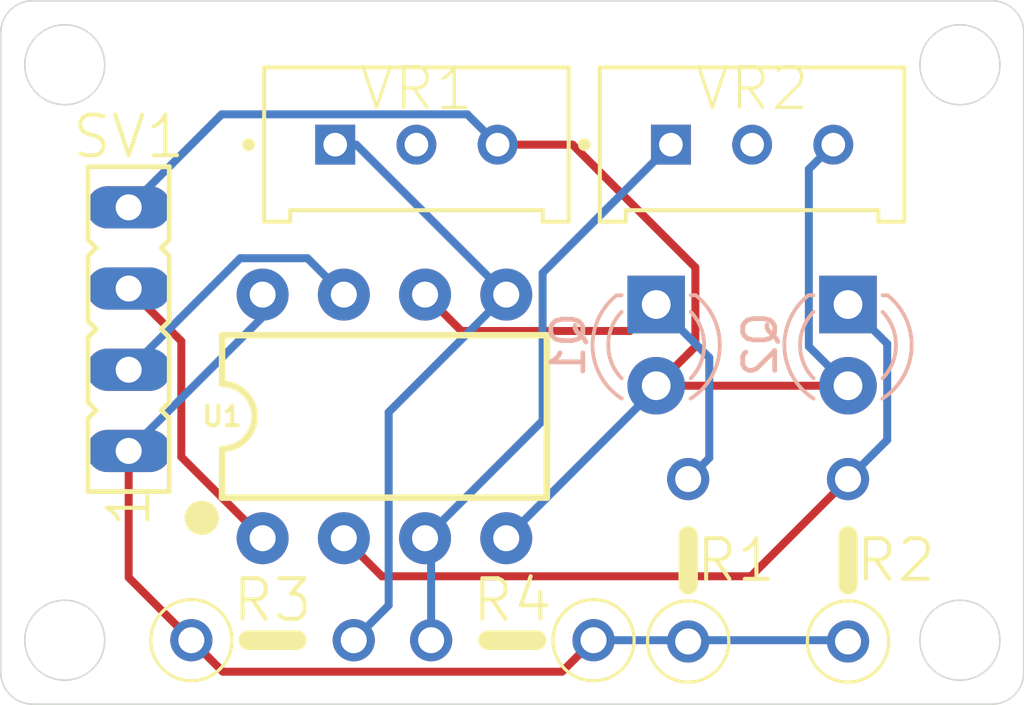
<source format=kicad_pcb>
(kicad_pcb (version 20171130) (host pcbnew 5.1.9)

  (general
    (thickness 1.6)
    (drawings 12)
    (tracks 50)
    (zones 0)
    (modules 10)
    (nets 11)
  )

  (page A4)
  (title_block
    (title "IDP Color Sensors PCB")
    (date 2021-03-05)
    (rev 1)
    (company "Team Optimal")
    (comment 1 "IDP L211")
    (comment 4 "Designed by Eleanor Clifford")
  )

  (layers
    (0 F.Cu signal)
    (31 B.Cu signal)
    (32 B.Adhes user)
    (33 F.Adhes user)
    (34 B.Paste user)
    (35 F.Paste user)
    (36 B.SilkS user)
    (37 F.SilkS user)
    (38 B.Mask user)
    (39 F.Mask user)
    (40 Dwgs.User user)
    (41 Cmts.User user)
    (42 Eco1.User user)
    (43 Eco2.User user)
    (44 Edge.Cuts user)
    (45 Margin user)
    (46 B.CrtYd user)
    (47 F.CrtYd user)
    (48 B.Fab user)
    (49 F.Fab user)
  )

  (setup
    (last_trace_width 0.25)
    (trace_clearance 0.2)
    (zone_clearance 0.508)
    (zone_45_only no)
    (trace_min 0.2)
    (via_size 0.8)
    (via_drill 0.4)
    (via_min_size 0.4)
    (via_min_drill 0.3)
    (uvia_size 0.3)
    (uvia_drill 0.1)
    (uvias_allowed no)
    (uvia_min_size 0.2)
    (uvia_min_drill 0.1)
    (edge_width 0.05)
    (segment_width 0.2)
    (pcb_text_width 0.3)
    (pcb_text_size 1.5 1.5)
    (mod_edge_width 0.12)
    (mod_text_size 1 1)
    (mod_text_width 0.15)
    (pad_size 1.524 1.524)
    (pad_drill 0.762)
    (pad_to_mask_clearance 0)
    (aux_axis_origin 0 0)
    (visible_elements FFFFFF7F)
    (pcbplotparams
      (layerselection 0x010fc_ffffffff)
      (usegerberextensions false)
      (usegerberattributes true)
      (usegerberadvancedattributes true)
      (creategerberjobfile true)
      (excludeedgelayer true)
      (linewidth 0.100000)
      (plotframeref false)
      (viasonmask false)
      (mode 1)
      (useauxorigin false)
      (hpglpennumber 1)
      (hpglpenspeed 20)
      (hpglpendiameter 15.000000)
      (psnegative false)
      (psa4output false)
      (plotreference true)
      (plotvalue true)
      (plotinvisibletext false)
      (padsonsilk false)
      (subtractmaskfromsilk false)
      (outputformat 1)
      (mirror false)
      (drillshape 1)
      (scaleselection 1)
      (outputdirectory ""))
  )

  (net 0 "")
  (net 1 GND)
  (net 2 "Net-(Q1-Pad1)")
  (net 3 "Net-(Q2-Pad1)")
  (net 4 +5V)
  (net 5 "Net-(R3-Pad2)")
  (net 6 "Net-(R4-Pad2)")
  (net 7 /red)
  (net 8 /green)
  (net 9 "Net-(VR1-Pad2)")
  (net 10 "Net-(VR2-Pad2)")

  (net_class Default "This is the default net class."
    (clearance 0.2)
    (trace_width 0.25)
    (via_dia 0.8)
    (via_drill 0.4)
    (uvia_dia 0.3)
    (uvia_drill 0.1)
    (add_net +5V)
    (add_net /green)
    (add_net /red)
    (add_net GND)
    (add_net "Net-(Q1-Pad1)")
    (add_net "Net-(Q2-Pad1)")
    (add_net "Net-(R3-Pad2)")
    (add_net "Net-(R4-Pad2)")
    (add_net "Net-(VR1-Pad2)")
    (add_net "Net-(VR2-Pad2)")
  )

  (module LED_THT:LED_D3.0mm_Clear (layer B.Cu) (tedit 5A6C9BC0) (tstamp 6041B28F)
    (at 139.5 148.5 270)
    (descr "IR-LED, diameter 3.0mm, 2 pins, color: clear")
    (tags "IR infrared LED diameter 3.0mm 2 pins clear")
    (path /603D90A0)
    (fp_text reference Q1 (at 1.27 2.75 270) (layer B.SilkS)
      (effects (font (size 1 1) (thickness 0.15)) (justify mirror))
    )
    (fp_text value TEPT4400 (at 1.27 -2.96 270) (layer B.Fab) hide
      (effects (font (size 1 1) (thickness 0.15)) (justify mirror))
    )
    (fp_circle (center 1.27 0) (end 2.77 0) (layer B.Fab) (width 0.1))
    (fp_line (start 3.7 2.25) (end -1.15 2.25) (layer B.CrtYd) (width 0.05))
    (fp_line (start 3.7 -2.25) (end 3.7 2.25) (layer B.CrtYd) (width 0.05))
    (fp_line (start -1.15 -2.25) (end 3.7 -2.25) (layer B.CrtYd) (width 0.05))
    (fp_line (start -1.15 2.25) (end -1.15 -2.25) (layer B.CrtYd) (width 0.05))
    (fp_line (start -0.29 -1.08) (end -0.29 -1.236) (layer B.SilkS) (width 0.12))
    (fp_line (start -0.29 1.236) (end -0.29 1.08) (layer B.SilkS) (width 0.12))
    (fp_line (start -0.23 1.16619) (end -0.23 -1.16619) (layer B.Fab) (width 0.1))
    (fp_arc (start 1.27 0) (end 0.229039 -1.08) (angle 87.9) (layer B.SilkS) (width 0.12))
    (fp_arc (start 1.27 0) (end 0.229039 1.08) (angle -87.9) (layer B.SilkS) (width 0.12))
    (fp_arc (start 1.27 0) (end -0.29 -1.235516) (angle 108.8) (layer B.SilkS) (width 0.12))
    (fp_arc (start 1.27 0) (end -0.29 1.235516) (angle -108.8) (layer B.SilkS) (width 0.12))
    (fp_arc (start 1.27 0) (end -0.23 1.16619) (angle -284.3) (layer B.Fab) (width 0.1))
    (fp_text user %R (at 1.47 0 270) (layer B.Fab)
      (effects (font (size 0.8 0.8) (thickness 0.12)) (justify mirror))
    )
    (pad 2 thru_hole circle (at 2.54 0 270) (size 1.8 1.8) (drill 0.9) (layers *.Cu *.Mask)
      (net 1 GND))
    (pad 1 thru_hole rect (at 0 0 270) (size 1.8 1.8) (drill 0.9) (layers *.Cu *.Mask)
      (net 2 "Net-(Q1-Pad1)"))
    (model ${KISYS3DMOD}/LED_THT.3dshapes/LED_D3.0mm_Clear.wrl
      (offset (xyz 0 0 -1))
      (scale (xyz 1 1 1))
      (rotate (xyz 0 0 0))
    )
  )

  (module LED_THT:LED_D3.0mm_Clear (layer B.Cu) (tedit 5A6C9BC0) (tstamp 6041B2A3)
    (at 145.5 148.5 270)
    (descr "IR-LED, diameter 3.0mm, 2 pins, color: clear")
    (tags "IR infrared LED diameter 3.0mm 2 pins clear")
    (path /606B8492)
    (fp_text reference Q2 (at 1.25 2.75 270) (layer B.SilkS)
      (effects (font (size 1 1) (thickness 0.15)) (justify mirror))
    )
    (fp_text value TEPT4400 (at 1.27 -2.96 270) (layer B.Fab) hide
      (effects (font (size 1 1) (thickness 0.15)) (justify mirror))
    )
    (fp_circle (center 1.27 0) (end 2.77 0) (layer B.Fab) (width 0.1))
    (fp_line (start 3.7 2.25) (end -1.15 2.25) (layer B.CrtYd) (width 0.05))
    (fp_line (start 3.7 -2.25) (end 3.7 2.25) (layer B.CrtYd) (width 0.05))
    (fp_line (start -1.15 -2.25) (end 3.7 -2.25) (layer B.CrtYd) (width 0.05))
    (fp_line (start -1.15 2.25) (end -1.15 -2.25) (layer B.CrtYd) (width 0.05))
    (fp_line (start -0.29 -1.08) (end -0.29 -1.236) (layer B.SilkS) (width 0.12))
    (fp_line (start -0.29 1.236) (end -0.29 1.08) (layer B.SilkS) (width 0.12))
    (fp_line (start -0.23 1.16619) (end -0.23 -1.16619) (layer B.Fab) (width 0.1))
    (fp_arc (start 1.27 0) (end 0.229039 -1.08) (angle 87.9) (layer B.SilkS) (width 0.12))
    (fp_arc (start 1.27 0) (end 0.229039 1.08) (angle -87.9) (layer B.SilkS) (width 0.12))
    (fp_arc (start 1.27 0) (end -0.29 -1.235516) (angle 108.8) (layer B.SilkS) (width 0.12))
    (fp_arc (start 1.27 0) (end -0.29 1.235516) (angle -108.8) (layer B.SilkS) (width 0.12))
    (fp_arc (start 1.27 0) (end -0.23 1.16619) (angle -284.3) (layer B.Fab) (width 0.1))
    (fp_text user %R (at 1.47 0 270) (layer B.Fab)
      (effects (font (size 0.8 0.8) (thickness 0.12)) (justify mirror))
    )
    (pad 2 thru_hole circle (at 2.54 0 270) (size 1.8 1.8) (drill 0.9) (layers *.Cu *.Mask)
      (net 1 GND))
    (pad 1 thru_hole rect (at 0 0 270) (size 1.8 1.8) (drill 0.9) (layers *.Cu *.Mask)
      (net 3 "Net-(Q2-Pad1)"))
    (model ${KISYS3DMOD}/LED_THT.3dshapes/LED_D3.0mm_Clear.wrl
      (offset (xyz 0 0 -1))
      (scale (xyz 1 1 1))
      (rotate (xyz 0 0 0))
    )
  )

  (module IDP:IDP_library_DIP08 (layer F.Cu) (tedit 6043C5FD) (tstamp 6041BC0F)
    (at 131 152)
    (descr "DUAL IN LINE PACKAGE")
    (tags "DUAL IN LINE PACKAGE")
    (path /606B8438)
    (attr virtual)
    (fp_text reference U1 (at -5.08 0 180) (layer F.SilkS)
      (effects (font (size 0.6096 0.6096) (thickness 0.127)))
    )
    (fp_text value LM358 (at 6.0452 0 90) (layer F.SilkS) hide
      (effects (font (size 0.6096 0.6096) (thickness 0.127)))
    )
    (fp_line (start 5.08 -2.54) (end -5.08 -2.54) (layer F.SilkS) (width 0.2032))
    (fp_line (start -5.08 2.54) (end 5.08 2.54) (layer F.SilkS) (width 0.2032))
    (fp_line (start 5.08 -2.54) (end 5.08 2.54) (layer F.SilkS) (width 0.2032))
    (fp_line (start -5.08 -2.54) (end -5.08 -1.016) (layer F.SilkS) (width 0.2032))
    (fp_line (start -5.08 2.54) (end -5.08 1.016) (layer F.SilkS) (width 0.2032))
    (fp_poly (pts (xy -6.18998 3.175) (xy -6.17728 3.06832) (xy -6.14172 2.96672) (xy -6.08584 2.87782)
      (xy -6.00964 2.80162) (xy -5.92074 2.74574) (xy -5.81914 2.71018) (xy -5.715 2.69748)
      (xy -5.60832 2.71018) (xy -5.50672 2.74574) (xy -5.41782 2.80162) (xy -5.34162 2.87782)
      (xy -5.28574 2.96672) (xy -5.25018 3.06832) (xy -5.23748 3.175) (xy -5.25018 3.27914)
      (xy -5.28574 3.38074) (xy -5.34162 3.46964) (xy -5.41782 3.54584) (xy -5.50672 3.60172)
      (xy -5.60832 3.63728) (xy -5.715 3.64998) (xy -5.81914 3.63728) (xy -5.92074 3.60172)
      (xy -6.00964 3.54584) (xy -6.08584 3.46964) (xy -6.14172 3.38074) (xy -6.17728 3.27914)
      (xy -6.18998 3.175)) (layer F.SilkS) (width 0.127))
    (fp_arc (start -5.08 0) (end -5.08 -1.016) (angle 180) (layer F.SilkS) (width 0.2032))
    (pad 8 thru_hole circle (at -3.81 -3.81) (size 1.6256 1.6256) (drill 0.8128) (layers *.Cu *.Paste *.Mask)
      (net 4 +5V))
    (pad 7 thru_hole circle (at -1.27 -3.81) (size 1.6256 1.6256) (drill 0.8128) (layers *.Cu *.Paste *.Mask)
      (net 7 /red))
    (pad 6 thru_hole circle (at 1.27 -3.81) (size 1.6256 1.6256) (drill 0.8128) (layers *.Cu *.Paste *.Mask)
      (net 2 "Net-(Q1-Pad1)"))
    (pad 5 thru_hole circle (at 3.81 -3.81) (size 1.6256 1.6256) (drill 0.8128) (layers *.Cu *.Paste *.Mask)
      (net 5 "Net-(R3-Pad2)"))
    (pad 4 thru_hole circle (at 3.81 3.81) (size 1.6256 1.6256) (drill 0.8128) (layers *.Cu *.Paste *.Mask)
      (net 1 GND))
    (pad 3 thru_hole circle (at 1.27 3.81) (size 1.6256 1.6256) (drill 0.8128) (layers *.Cu *.Paste *.Mask)
      (net 6 "Net-(R4-Pad2)"))
    (pad 2 thru_hole circle (at -1.27 3.81) (size 1.6256 1.6256) (drill 0.8128) (layers *.Cu *.Paste *.Mask)
      (net 3 "Net-(Q2-Pad1)"))
    (pad 1 thru_hole circle (at -3.81 3.81) (size 1.6256 1.6256) (drill 0.8128) (layers *.Cu *.Paste *.Mask)
      (net 8 /green))
    (model ${KISYS3DMOD}/Package_DIP.3dshapes/DIP-8_W7.62mm.wrl
      (offset (xyz -3.75 -3.75 0))
      (scale (xyz 1 1 1))
      (rotate (xyz 0 0 -90))
    )
  )

  (module IDP:IDP_library_FE04-1 (layer F.Cu) (tedit 6042679C) (tstamp 6041BE15)
    (at 123 148 90)
    (descr "FEMALE HEADER")
    (tags "FEMALE HEADER")
    (path /603C2DBB)
    (attr virtual)
    (fp_text reference SV1 (at 4.75 0 180) (layer F.SilkS)
      (effects (font (size 1.27 1.27) (thickness 0.127)))
    )
    (fp_text value FE04-1 (at 3.81 -2.286 90) (layer F.SilkS) hide
      (effects (font (size 1.27 1.27) (thickness 0.127)))
    )
    (fp_line (start -5.207 -0.254) (end -4.953 -0.254) (layer Dwgs.User) (width 0.06604))
    (fp_line (start -4.953 -0.254) (end -4.953 -0.762) (layer Dwgs.User) (width 0.06604))
    (fp_line (start -5.207 -0.762) (end -4.953 -0.762) (layer Dwgs.User) (width 0.06604))
    (fp_line (start -5.207 -0.254) (end -5.207 -0.762) (layer Dwgs.User) (width 0.06604))
    (fp_line (start -5.207 0.762) (end -4.953 0.762) (layer Dwgs.User) (width 0.06604))
    (fp_line (start -4.953 0.762) (end -4.953 0.254) (layer Dwgs.User) (width 0.06604))
    (fp_line (start -5.207 0.254) (end -4.953 0.254) (layer Dwgs.User) (width 0.06604))
    (fp_line (start -5.207 0.762) (end -5.207 0.254) (layer Dwgs.User) (width 0.06604))
    (fp_line (start -2.667 -0.254) (end -2.413 -0.254) (layer Dwgs.User) (width 0.06604))
    (fp_line (start -2.413 -0.254) (end -2.413 -0.762) (layer Dwgs.User) (width 0.06604))
    (fp_line (start -2.667 -0.762) (end -2.413 -0.762) (layer Dwgs.User) (width 0.06604))
    (fp_line (start -2.667 -0.254) (end -2.667 -0.762) (layer Dwgs.User) (width 0.06604))
    (fp_line (start -2.667 0.762) (end -2.413 0.762) (layer Dwgs.User) (width 0.06604))
    (fp_line (start -2.413 0.762) (end -2.413 0.254) (layer Dwgs.User) (width 0.06604))
    (fp_line (start -2.667 0.254) (end -2.413 0.254) (layer Dwgs.User) (width 0.06604))
    (fp_line (start -2.667 0.762) (end -2.667 0.254) (layer Dwgs.User) (width 0.06604))
    (fp_line (start -0.127 -0.254) (end 0.127 -0.254) (layer Dwgs.User) (width 0.06604))
    (fp_line (start 0.127 -0.254) (end 0.127 -0.762) (layer Dwgs.User) (width 0.06604))
    (fp_line (start -0.127 -0.762) (end 0.127 -0.762) (layer Dwgs.User) (width 0.06604))
    (fp_line (start -0.127 -0.254) (end -0.127 -0.762) (layer Dwgs.User) (width 0.06604))
    (fp_line (start -0.127 0.762) (end 0.127 0.762) (layer Dwgs.User) (width 0.06604))
    (fp_line (start 0.127 0.762) (end 0.127 0.254) (layer Dwgs.User) (width 0.06604))
    (fp_line (start -0.127 0.254) (end 0.127 0.254) (layer Dwgs.User) (width 0.06604))
    (fp_line (start -0.127 0.762) (end -0.127 0.254) (layer Dwgs.User) (width 0.06604))
    (fp_line (start 2.413 -0.254) (end 2.667 -0.254) (layer Dwgs.User) (width 0.06604))
    (fp_line (start 2.667 -0.254) (end 2.667 -0.762) (layer Dwgs.User) (width 0.06604))
    (fp_line (start 2.413 -0.762) (end 2.667 -0.762) (layer Dwgs.User) (width 0.06604))
    (fp_line (start 2.413 -0.254) (end 2.413 -0.762) (layer Dwgs.User) (width 0.06604))
    (fp_line (start 2.413 0.762) (end 2.667 0.762) (layer Dwgs.User) (width 0.06604))
    (fp_line (start 2.667 0.762) (end 2.667 0.254) (layer Dwgs.User) (width 0.06604))
    (fp_line (start 2.413 0.254) (end 2.667 0.254) (layer Dwgs.User) (width 0.06604))
    (fp_line (start 2.413 0.762) (end 2.413 0.254) (layer Dwgs.User) (width 0.06604))
    (fp_line (start -6.35 -1.27) (end -6.35 1.27) (layer F.SilkS) (width 0.1524))
    (fp_line (start -6.35 1.27) (end -4.064 1.27) (layer F.SilkS) (width 0.1524))
    (fp_line (start -4.064 1.27) (end -3.81 1.016) (layer F.SilkS) (width 0.1524))
    (fp_line (start -3.81 1.016) (end -3.556 1.27) (layer F.SilkS) (width 0.1524))
    (fp_line (start -3.556 1.27) (end -1.524 1.27) (layer F.SilkS) (width 0.1524))
    (fp_line (start -1.524 1.27) (end -1.27 1.016) (layer F.SilkS) (width 0.1524))
    (fp_line (start -1.27 1.016) (end -1.016 1.27) (layer F.SilkS) (width 0.1524))
    (fp_line (start -1.016 1.27) (end 1.016 1.27) (layer F.SilkS) (width 0.1524))
    (fp_line (start 1.016 1.27) (end 1.27 1.016) (layer F.SilkS) (width 0.1524))
    (fp_line (start 1.27 1.016) (end 1.524 1.27) (layer F.SilkS) (width 0.1524))
    (fp_line (start 1.524 1.27) (end 3.81 1.27) (layer F.SilkS) (width 0.1524))
    (fp_line (start 3.81 1.27) (end 3.81 -1.27) (layer F.SilkS) (width 0.1524))
    (fp_line (start 3.81 -1.27) (end 1.524 -1.27) (layer F.SilkS) (width 0.1524))
    (fp_line (start 1.524 -1.27) (end 1.27 -1.016) (layer F.SilkS) (width 0.1524))
    (fp_line (start 1.27 -1.016) (end 1.016 -1.27) (layer F.SilkS) (width 0.1524))
    (fp_line (start 1.016 -1.27) (end -1.016 -1.27) (layer F.SilkS) (width 0.1524))
    (fp_line (start -1.016 -1.27) (end -1.27 -1.016) (layer F.SilkS) (width 0.1524))
    (fp_line (start -1.27 -1.016) (end -1.524 -1.27) (layer F.SilkS) (width 0.1524))
    (fp_line (start -1.524 -1.27) (end -3.556 -1.27) (layer F.SilkS) (width 0.1524))
    (fp_line (start -3.556 -1.27) (end -3.81 -1.016) (layer F.SilkS) (width 0.1524))
    (fp_line (start -3.81 -1.016) (end -4.064 -1.27) (layer F.SilkS) (width 0.1524))
    (fp_line (start -4.064 -1.27) (end -6.35 -1.27) (layer F.SilkS) (width 0.1524))
    (fp_line (start -5.334 -0.762) (end -5.334 -0.508) (layer Dwgs.User) (width 0.1524))
    (fp_line (start -5.334 -0.508) (end -5.588 -0.508) (layer Dwgs.User) (width 0.1524))
    (fp_line (start -5.588 -0.508) (end -5.588 0.508) (layer Dwgs.User) (width 0.1524))
    (fp_line (start -5.588 0.508) (end -5.334 0.508) (layer Dwgs.User) (width 0.1524))
    (fp_line (start -5.334 0.508) (end -5.334 0.762) (layer Dwgs.User) (width 0.1524))
    (fp_line (start -5.334 0.762) (end -4.826 0.762) (layer Dwgs.User) (width 0.1524))
    (fp_line (start -4.826 0.762) (end -4.826 0.508) (layer Dwgs.User) (width 0.1524))
    (fp_line (start -4.826 0.508) (end -4.572 0.508) (layer Dwgs.User) (width 0.1524))
    (fp_line (start -4.572 0.508) (end -4.572 -0.508) (layer Dwgs.User) (width 0.1524))
    (fp_line (start -4.572 -0.508) (end -4.826 -0.508) (layer Dwgs.User) (width 0.1524))
    (fp_line (start -4.826 -0.508) (end -4.826 -0.762) (layer Dwgs.User) (width 0.1524))
    (fp_line (start -4.826 -0.762) (end -5.334 -0.762) (layer Dwgs.User) (width 0.1524))
    (fp_line (start -2.794 -0.762) (end -2.794 -0.508) (layer Dwgs.User) (width 0.1524))
    (fp_line (start -2.794 -0.508) (end -3.048 -0.508) (layer Dwgs.User) (width 0.1524))
    (fp_line (start -3.048 -0.508) (end -3.048 0.508) (layer Dwgs.User) (width 0.1524))
    (fp_line (start -3.048 0.508) (end -2.794 0.508) (layer Dwgs.User) (width 0.1524))
    (fp_line (start -2.794 0.508) (end -2.794 0.762) (layer Dwgs.User) (width 0.1524))
    (fp_line (start -2.794 0.762) (end -2.286 0.762) (layer Dwgs.User) (width 0.1524))
    (fp_line (start -2.286 0.762) (end -2.286 0.508) (layer Dwgs.User) (width 0.1524))
    (fp_line (start -2.286 0.508) (end -2.032 0.508) (layer Dwgs.User) (width 0.1524))
    (fp_line (start -2.032 0.508) (end -2.032 -0.508) (layer Dwgs.User) (width 0.1524))
    (fp_line (start -2.032 -0.508) (end -2.286 -0.508) (layer Dwgs.User) (width 0.1524))
    (fp_line (start -2.286 -0.508) (end -2.286 -0.762) (layer Dwgs.User) (width 0.1524))
    (fp_line (start -2.286 -0.762) (end -2.794 -0.762) (layer Dwgs.User) (width 0.1524))
    (fp_line (start -0.254 -0.762) (end -0.254 -0.508) (layer Dwgs.User) (width 0.1524))
    (fp_line (start -0.254 -0.508) (end -0.508 -0.508) (layer Dwgs.User) (width 0.1524))
    (fp_line (start -0.508 -0.508) (end -0.508 0.508) (layer Dwgs.User) (width 0.1524))
    (fp_line (start -0.508 0.508) (end -0.254 0.508) (layer Dwgs.User) (width 0.1524))
    (fp_line (start -0.254 0.508) (end -0.254 0.762) (layer Dwgs.User) (width 0.1524))
    (fp_line (start -0.254 0.762) (end 0.254 0.762) (layer Dwgs.User) (width 0.1524))
    (fp_line (start 0.254 0.762) (end 0.254 0.508) (layer Dwgs.User) (width 0.1524))
    (fp_line (start 0.254 0.508) (end 0.508 0.508) (layer Dwgs.User) (width 0.1524))
    (fp_line (start 0.508 0.508) (end 0.508 -0.508) (layer Dwgs.User) (width 0.1524))
    (fp_line (start 0.508 -0.508) (end 0.254 -0.508) (layer Dwgs.User) (width 0.1524))
    (fp_line (start 0.254 -0.508) (end 0.254 -0.762) (layer Dwgs.User) (width 0.1524))
    (fp_line (start 0.254 -0.762) (end -0.254 -0.762) (layer Dwgs.User) (width 0.1524))
    (fp_line (start 2.286 -0.762) (end 2.286 -0.508) (layer Dwgs.User) (width 0.1524))
    (fp_line (start 2.286 -0.508) (end 2.032 -0.508) (layer Dwgs.User) (width 0.1524))
    (fp_line (start 2.032 -0.508) (end 2.032 0.508) (layer Dwgs.User) (width 0.1524))
    (fp_line (start 2.032 0.508) (end 2.286 0.508) (layer Dwgs.User) (width 0.1524))
    (fp_line (start 2.286 0.508) (end 2.286 0.762) (layer Dwgs.User) (width 0.1524))
    (fp_line (start 2.286 0.762) (end 2.794 0.762) (layer Dwgs.User) (width 0.1524))
    (fp_line (start 2.794 0.762) (end 2.794 0.508) (layer Dwgs.User) (width 0.1524))
    (fp_line (start 2.794 0.508) (end 3.048 0.508) (layer Dwgs.User) (width 0.1524))
    (fp_line (start 3.048 0.508) (end 3.048 -0.508) (layer Dwgs.User) (width 0.1524))
    (fp_line (start 3.048 -0.508) (end 2.794 -0.508) (layer Dwgs.User) (width 0.1524))
    (fp_line (start 2.794 -0.508) (end 2.794 -0.762) (layer Dwgs.User) (width 0.1524))
    (fp_line (start 2.794 -0.762) (end 2.286 -0.762) (layer Dwgs.User) (width 0.1524))
    (fp_text user 1 (at -6.858 0 90) (layer F.SilkS)
      (effects (font (size 1.27 1.27) (thickness 0.127)))
    )
    (pad 4 thru_hole oval (at 2.54 0 270) (size 1.3208 2.6416) (drill 0.8128) (layers *.Cu *.Paste *.Mask)
      (net 1 GND))
    (pad 3 thru_hole oval (at 0 0 270) (size 1.3208 2.6416) (drill 0.8128) (layers *.Cu *.Paste *.Mask)
      (net 8 /green))
    (pad 2 thru_hole oval (at -2.54 0 270) (size 1.3208 2.6416) (drill 0.8128) (layers *.Cu *.Paste *.Mask)
      (net 7 /red))
    (pad 1 thru_hole oval (at -5.08 0 270) (size 1.3208 2.6416) (drill 0.8128) (layers *.Cu *.Paste *.Mask)
      (net 4 +5V))
    (model ${KIPRJMOD}/../lib/JST-B4B-PH-K-S.STEP
      (offset (xyz -5 0 0))
      (scale (xyz 1.2 1 1))
      (rotate (xyz -90 0 0))
    )
  )

  (module IDP:IDP_library_0207_5V (layer F.Cu) (tedit 604260E8) (tstamp 6041C360)
    (at 140.5 156.5 90)
    (descr RESISTOR)
    (tags RESISTOR)
    (path /60424395)
    (attr virtual)
    (fp_text reference R1 (at 0 1.5 180) (layer F.SilkS)
      (effects (font (size 1.27 1.27) (thickness 0.127)))
    )
    (fp_text value R-EU_0207_5V (at 2.667 1.524 90) (layer F.SilkS) hide
      (effects (font (size 1.27 1.27) (thickness 0.127)))
    )
    (fp_circle (center -2.54 0) (end -2.54 -1.016) (layer Dwgs.User) (width 0.1524))
    (fp_circle (center -2.54 0) (end -2.54 -1.27) (layer F.SilkS) (width 0.1016))
    (fp_line (start 0.889 0) (end 2.54 0) (layer Dwgs.User) (width 0.6096))
    (fp_line (start -0.762 0) (end 0.762 0) (layer F.SilkS) (width 0.6096))
    (fp_line (start -2.54 0) (end -0.889 0) (layer Dwgs.User) (width 0.6096))
    (pad 2 thru_hole circle (at 2.54 0 90) (size 1.3208 2.6416) (drill 0.8128) (layers *.Cu *.Paste *.Mask)
      (net 2 "Net-(Q1-Pad1)"))
    (pad 1 thru_hole circle (at -2.54 0 90) (size 1.3208 1.3208) (drill 0.8128) (layers *.Cu *.Paste *.Mask)
      (net 4 +5V))
    (model ${KISYS3DMOD}/Resistor_THT.3dshapes/R_Axial_DIN0204_L3.6mm_D1.6mm_P5.08mm_Horizontal.step
      (offset (xyz -2.5 0 0.5))
      (scale (xyz 1 1 1))
      (rotate (xyz 0 0 0))
    )
  )

  (module IDP:IDP_library_0207_5V (layer F.Cu) (tedit 604260E8) (tstamp 6041B2B9)
    (at 145.5 156.5 90)
    (descr RESISTOR)
    (tags RESISTOR)
    (path /6042F9BB)
    (attr virtual)
    (fp_text reference R2 (at 0 1.5 180) (layer F.SilkS)
      (effects (font (size 1.27 1.27) (thickness 0.127)))
    )
    (fp_text value R-EU_0207_5V (at 6.519199 -18.980801 90) (layer F.SilkS) hide
      (effects (font (size 1.27 1.27) (thickness 0.127)))
    )
    (fp_circle (center -2.54 0) (end -2.54 -1.016) (layer Dwgs.User) (width 0.1524))
    (fp_circle (center -2.54 0) (end -2.54 -1.27) (layer F.SilkS) (width 0.1016))
    (fp_line (start 0.889 0) (end 2.54 0) (layer Dwgs.User) (width 0.6096))
    (fp_line (start -0.762 0) (end 0.762 0) (layer F.SilkS) (width 0.6096))
    (fp_line (start -2.54 0) (end -0.889 0) (layer Dwgs.User) (width 0.6096))
    (pad 2 thru_hole circle (at 2.54 0 90) (size 1.3208 2.6416) (drill 0.8128) (layers *.Cu *.Paste *.Mask)
      (net 3 "Net-(Q2-Pad1)"))
    (pad 1 thru_hole circle (at -2.54 0 90) (size 1.3208 1.3208) (drill 0.8128) (layers *.Cu *.Paste *.Mask)
      (net 4 +5V))
    (model ${KISYS3DMOD}/Resistor_THT.3dshapes/R_Axial_DIN0204_L3.6mm_D1.6mm_P5.08mm_Horizontal.step
      (offset (xyz -2.5 0 0.5))
      (scale (xyz 1 1 1))
      (rotate (xyz 0 0 0))
    )
  )

  (module IDP:IDP_library_0207_5V (layer F.Cu) (tedit 604260E8) (tstamp 6041B2C4)
    (at 127.5 159)
    (descr RESISTOR)
    (tags RESISTOR)
    (path /60423D62)
    (attr virtual)
    (fp_text reference R3 (at 0 -1.25) (layer F.SilkS)
      (effects (font (size 1.27 1.27) (thickness 0.127)))
    )
    (fp_text value R-EU_0207_5V (at 2.667 1.524) (layer F.SilkS) hide
      (effects (font (size 1.27 1.27) (thickness 0.127)))
    )
    (fp_circle (center -2.54 0) (end -2.54 -1.016) (layer Dwgs.User) (width 0.1524))
    (fp_circle (center -2.54 0) (end -2.54 -1.27) (layer F.SilkS) (width 0.1016))
    (fp_line (start 0.889 0) (end 2.54 0) (layer Dwgs.User) (width 0.6096))
    (fp_line (start -0.762 0) (end 0.762 0) (layer F.SilkS) (width 0.6096))
    (fp_line (start -2.54 0) (end -0.889 0) (layer Dwgs.User) (width 0.6096))
    (pad 2 thru_hole circle (at 2.54 0) (size 1.3208 2.6416) (drill 0.8128) (layers *.Cu *.Paste *.Mask)
      (net 5 "Net-(R3-Pad2)"))
    (pad 1 thru_hole circle (at -2.54 0) (size 1.3208 1.3208) (drill 0.8128) (layers *.Cu *.Paste *.Mask)
      (net 4 +5V))
    (model ${KISYS3DMOD}/Resistor_THT.3dshapes/R_Axial_DIN0204_L3.6mm_D1.6mm_P5.08mm_Horizontal.step
      (offset (xyz -2.5 0 0.5))
      (scale (xyz 1 1 1))
      (rotate (xyz 0 0 0))
    )
  )

  (module IDP:IDP_library_0207_5V (layer F.Cu) (tedit 604260E8) (tstamp 6041BC67)
    (at 135 159 180)
    (descr RESISTOR)
    (tags RESISTOR)
    (path /6041B54E)
    (attr virtual)
    (fp_text reference R4 (at 0 1.25) (layer F.SilkS)
      (effects (font (size 1.27 1.27) (thickness 0.127)))
    )
    (fp_text value R-EU_0207_5V (at 2.667 1.524) (layer F.SilkS) hide
      (effects (font (size 1.27 1.27) (thickness 0.127)))
    )
    (fp_circle (center -2.54 0) (end -2.54 -1.016) (layer Dwgs.User) (width 0.1524))
    (fp_circle (center -2.54 0) (end -2.54 -1.27) (layer F.SilkS) (width 0.1016))
    (fp_line (start 0.889 0) (end 2.54 0) (layer Dwgs.User) (width 0.6096))
    (fp_line (start -0.762 0) (end 0.762 0) (layer F.SilkS) (width 0.6096))
    (fp_line (start -2.54 0) (end -0.889 0) (layer Dwgs.User) (width 0.6096))
    (pad 2 thru_hole circle (at 2.54 0 180) (size 1.3208 2.6416) (drill 0.8128) (layers *.Cu *.Paste *.Mask)
      (net 6 "Net-(R4-Pad2)"))
    (pad 1 thru_hole circle (at -2.54 0 180) (size 1.3208 1.3208) (drill 0.8128) (layers *.Cu *.Paste *.Mask)
      (net 4 +5V))
    (model ${KISYS3DMOD}/Resistor_THT.3dshapes/R_Axial_DIN0204_L3.6mm_D1.6mm_P5.08mm_Horizontal.step
      (offset (xyz -2.5 0 0.5))
      (scale (xyz 1 1 1))
      (rotate (xyz 0 0 0))
    )
  )

  (module IDP_library_TRIM_3296W-1-250 (layer F.Cu) (tedit 200000) (tstamp 6041C557)
    (at 132 143.5)
    (path /603D90C0)
    (attr virtual)
    (fp_text reference VR1 (at 0 -1.75) (layer F.SilkS)
      (effects (font (size 1.27508 1.27508) (thickness 0.1016)))
    )
    (fp_text value POT (at -1.19126 3.62204) (layer F.SilkS) hide
      (effects (font (size 1.27254 1.27254) (thickness 0.1016)))
    )
    (fp_line (start -4.7625 -2.41808) (end 4.7625 -2.41808) (layer Dwgs.User) (width 0.127))
    (fp_line (start 4.7625 -2.41808) (end 4.7625 2.40792) (layer Dwgs.User) (width 0.127))
    (fp_line (start -4.7625 2.40792) (end -4.7625 -2.41808) (layer Dwgs.User) (width 0.127))
    (fp_line (start -4.7625 -2.41808) (end 4.7625 -2.41808) (layer F.SilkS) (width 0.127))
    (fp_line (start 4.7625 -2.41808) (end 4.7625 2.40792) (layer F.SilkS) (width 0.127))
    (fp_line (start -4.7625 2.40792) (end -4.7625 -2.41808) (layer F.SilkS) (width 0.127))
    (fp_line (start -5.01396 -2.66954) (end 5.01396 -2.66954) (layer Dwgs.User) (width 0.04826))
    (fp_line (start 5.01396 -2.66954) (end 5.01396 2.65938) (layer Dwgs.User) (width 0.04826))
    (fp_line (start 5.01396 2.65938) (end -5.01396 2.65938) (layer Dwgs.User) (width 0.04826))
    (fp_line (start -5.01396 2.65938) (end -5.01396 -2.66954) (layer Dwgs.User) (width 0.04826))
    (fp_line (start 4.7625 2.40792) (end 3.9497 2.40792) (layer F.SilkS) (width 0.127))
    (fp_line (start 3.9497 2.40792) (end 3.9497 2.04978) (layer F.SilkS) (width 0.127))
    (fp_line (start 3.9497 2.04978) (end -3.9497 2.04978) (layer F.SilkS) (width 0.127))
    (fp_line (start -3.9497 2.04978) (end -3.9497 2.40792) (layer F.SilkS) (width 0.127))
    (fp_line (start -3.9497 2.40792) (end -4.7625 2.40792) (layer F.SilkS) (width 0.127))
    (fp_line (start 4.7625 2.40792) (end 3.9497 2.40792) (layer Dwgs.User) (width 0.127))
    (fp_line (start 3.9497 2.40792) (end 3.9497 2.04978) (layer Dwgs.User) (width 0.127))
    (fp_line (start 3.9497 2.04978) (end -3.9497 2.04978) (layer Dwgs.User) (width 0.127))
    (fp_line (start -3.9497 2.04978) (end -3.9497 2.40792) (layer Dwgs.User) (width 0.127))
    (fp_line (start -3.9497 2.40792) (end -4.7625 2.40792) (layer Dwgs.User) (width 0.127))
    (fp_circle (center -5.24764 0) (end -5.24764 -0.09906) (layer F.SilkS) (width 0.19812))
    (pad 3 thru_hole circle (at 2.54 0) (size 1.24714 1.24714) (drill 0.73914) (layers *.Cu *.Paste *.Mask)
      (net 1 GND))
    (pad 2 thru_hole circle (at 0 0) (size 1.24714 1.24714) (drill 0.73914) (layers *.Cu *.Paste *.Mask)
      (net 9 "Net-(VR1-Pad2)"))
    (pad 1 thru_hole rect (at -2.54 0) (size 1.24714 1.24714) (drill 0.73914) (layers *.Cu *.Paste *.Mask)
      (net 5 "Net-(R3-Pad2)"))
  )

  (module IDP_library_TRIM_3296W-1-250 (layer F.Cu) (tedit 200000) (tstamp 6041B39C)
    (at 142.5 143.5)
    (path /603BA757)
    (attr virtual)
    (fp_text reference VR2 (at 0 -1.75) (layer F.SilkS)
      (effects (font (size 1.27508 1.27508) (thickness 0.1016)))
    )
    (fp_text value POT (at -1.19126 3.62204) (layer F.SilkS) hide
      (effects (font (size 1.27254 1.27254) (thickness 0.1016)))
    )
    (fp_circle (center -5.24764 0) (end -5.24764 -0.09906) (layer F.SilkS) (width 0.19812))
    (fp_line (start -3.9497 2.40792) (end -4.7625 2.40792) (layer Dwgs.User) (width 0.127))
    (fp_line (start -3.9497 2.04978) (end -3.9497 2.40792) (layer Dwgs.User) (width 0.127))
    (fp_line (start 3.9497 2.04978) (end -3.9497 2.04978) (layer Dwgs.User) (width 0.127))
    (fp_line (start 3.9497 2.40792) (end 3.9497 2.04978) (layer Dwgs.User) (width 0.127))
    (fp_line (start 4.7625 2.40792) (end 3.9497 2.40792) (layer Dwgs.User) (width 0.127))
    (fp_line (start -3.9497 2.40792) (end -4.7625 2.40792) (layer F.SilkS) (width 0.127))
    (fp_line (start -3.9497 2.04978) (end -3.9497 2.40792) (layer F.SilkS) (width 0.127))
    (fp_line (start 3.9497 2.04978) (end -3.9497 2.04978) (layer F.SilkS) (width 0.127))
    (fp_line (start 3.9497 2.40792) (end 3.9497 2.04978) (layer F.SilkS) (width 0.127))
    (fp_line (start 4.7625 2.40792) (end 3.9497 2.40792) (layer F.SilkS) (width 0.127))
    (fp_line (start -5.01396 2.65938) (end -5.01396 -2.66954) (layer Dwgs.User) (width 0.04826))
    (fp_line (start 5.01396 2.65938) (end -5.01396 2.65938) (layer Dwgs.User) (width 0.04826))
    (fp_line (start 5.01396 -2.66954) (end 5.01396 2.65938) (layer Dwgs.User) (width 0.04826))
    (fp_line (start -5.01396 -2.66954) (end 5.01396 -2.66954) (layer Dwgs.User) (width 0.04826))
    (fp_line (start -4.7625 2.40792) (end -4.7625 -2.41808) (layer F.SilkS) (width 0.127))
    (fp_line (start 4.7625 -2.41808) (end 4.7625 2.40792) (layer F.SilkS) (width 0.127))
    (fp_line (start -4.7625 -2.41808) (end 4.7625 -2.41808) (layer F.SilkS) (width 0.127))
    (fp_line (start -4.7625 2.40792) (end -4.7625 -2.41808) (layer Dwgs.User) (width 0.127))
    (fp_line (start 4.7625 -2.41808) (end 4.7625 2.40792) (layer Dwgs.User) (width 0.127))
    (fp_line (start -4.7625 -2.41808) (end 4.7625 -2.41808) (layer Dwgs.User) (width 0.127))
    (pad 1 thru_hole rect (at -2.54 0) (size 1.24714 1.24714) (drill 0.73914) (layers *.Cu *.Paste *.Mask)
      (net 6 "Net-(R4-Pad2)"))
    (pad 2 thru_hole circle (at 0 0) (size 1.24714 1.24714) (drill 0.73914) (layers *.Cu *.Paste *.Mask)
      (net 10 "Net-(VR2-Pad2)"))
    (pad 3 thru_hole circle (at 2.54 0) (size 1.24714 1.24714) (drill 0.73914) (layers *.Cu *.Paste *.Mask)
      (net 1 GND))
  )

  (gr_circle (center 121 159) (end 122.25 159) (layer Edge.Cuts) (width 0.05))
  (gr_circle (center 149 141) (end 150.25 141) (layer Edge.Cuts) (width 0.05))
  (gr_circle (center 149 159) (end 150.25 159) (layer Edge.Cuts) (width 0.05) (tstamp 6043DA9A))
  (gr_circle (center 121 141) (end 122.25 141) (layer Edge.Cuts) (width 0.05))
  (gr_arc (start 150 140) (end 151 140) (angle -90) (layer Edge.Cuts) (width 0.05))
  (gr_arc (start 120 140) (end 120 139) (angle -90) (layer Edge.Cuts) (width 0.05))
  (gr_arc (start 120 160) (end 119 160) (angle -90) (layer Edge.Cuts) (width 0.05))
  (gr_arc (start 150 160) (end 150 161) (angle -90) (layer Edge.Cuts) (width 0.05))
  (gr_line (start 120 139) (end 150 139) (layer Edge.Cuts) (width 0.05))
  (gr_line (start 119 160) (end 119 140) (layer Edge.Cuts) (width 0.05) (tstamp 6041C1B1))
  (gr_line (start 150 161) (end 120 161) (layer Edge.Cuts) (width 0.05))
  (gr_line (start 151 140) (end 151 160) (layer Edge.Cuts) (width 0.05))

  (segment (start 139.5 151.12) (end 139.5 151.04) (width 0.25) (layer B.Cu) (net 1))
  (segment (start 134.81 155.81) (end 139.5 151.12) (width 0.25) (layer B.Cu) (net 1))
  (segment (start 144.274999 144.265001) (end 145.04 143.5) (width 0.25) (layer B.Cu) (net 1))
  (segment (start 144.274999 149.814999) (end 144.274999 144.265001) (width 0.25) (layer B.Cu) (net 1))
  (segment (start 145.5 151.04) (end 144.274999 149.814999) (width 0.25) (layer B.Cu) (net 1))
  (segment (start 125.908571 142.551429) (end 123 145.46) (width 0.25) (layer B.Cu) (net 1))
  (segment (start 133.591429 142.551429) (end 125.908571 142.551429) (width 0.25) (layer B.Cu) (net 1))
  (segment (start 134.54 143.5) (end 133.591429 142.551429) (width 0.25) (layer B.Cu) (net 1))
  (segment (start 139.5 151.04) (end 145.5 151.04) (width 0.25) (layer F.Cu) (net 1))
  (segment (start 140.725001 149.814999) (end 139.5 151.04) (width 0.25) (layer F.Cu) (net 1))
  (segment (start 140.725001 147.339999) (end 140.725001 149.814999) (width 0.25) (layer F.Cu) (net 1))
  (segment (start 136.885002 143.5) (end 140.725001 147.339999) (width 0.25) (layer F.Cu) (net 1))
  (segment (start 134.54 143.5) (end 136.885002 143.5) (width 0.25) (layer F.Cu) (net 1))
  (segment (start 141.160399 153.299601) (end 140.5 153.96) (width 0.25) (layer B.Cu) (net 2))
  (segment (start 141.160399 150.160399) (end 141.160399 153.299601) (width 0.25) (layer B.Cu) (net 2))
  (segment (start 139.5 148.5) (end 141.160399 150.160399) (width 0.25) (layer B.Cu) (net 2))
  (segment (start 138.672199 149.327801) (end 139.5 148.5) (width 0.25) (layer F.Cu) (net 2))
  (segment (start 133.407801 149.327801) (end 138.672199 149.327801) (width 0.25) (layer F.Cu) (net 2))
  (segment (start 132.27 148.19) (end 133.407801 149.327801) (width 0.25) (layer F.Cu) (net 2))
  (segment (start 146.725001 152.734999) (end 145.5 153.96) (width 0.25) (layer B.Cu) (net 3))
  (segment (start 146.725001 149.725001) (end 146.725001 152.734999) (width 0.25) (layer B.Cu) (net 3))
  (segment (start 145.5 148.5) (end 146.725001 149.725001) (width 0.25) (layer B.Cu) (net 3))
  (segment (start 145.5 153.96) (end 142.46 157) (width 0.25) (layer F.Cu) (net 3))
  (segment (start 130.92 157) (end 129.73 155.81) (width 0.25) (layer F.Cu) (net 3))
  (segment (start 142.46 157) (end 130.92 157) (width 0.25) (layer F.Cu) (net 3))
  (segment (start 145.46 159) (end 145.5 159.04) (width 0.25) (layer B.Cu) (net 4))
  (segment (start 137.54 159) (end 145.46 159) (width 0.25) (layer B.Cu) (net 4))
  (segment (start 124.96 159) (end 123 157.04) (width 0.25) (layer F.Cu) (net 4))
  (segment (start 127.19 148.89) (end 123 153.08) (width 0.25) (layer B.Cu) (net 4))
  (segment (start 127.19 148.19) (end 127.19 148.89) (width 0.25) (layer B.Cu) (net 4))
  (segment (start 123 153.08) (end 123 157) (width 0.25) (layer F.Cu) (net 4))
  (segment (start 136.554599 159.985401) (end 137.54 159) (width 0.25) (layer F.Cu) (net 4))
  (segment (start 125.945401 159.985401) (end 136.554599 159.985401) (width 0.25) (layer F.Cu) (net 4))
  (segment (start 124.96 159) (end 125.945401 159.985401) (width 0.25) (layer F.Cu) (net 4))
  (segment (start 131.132199 151.867801) (end 134.81 148.19) (width 0.25) (layer B.Cu) (net 5))
  (segment (start 131.132199 157.907801) (end 131.132199 151.867801) (width 0.25) (layer B.Cu) (net 5))
  (segment (start 130.04 159) (end 131.132199 157.907801) (width 0.25) (layer B.Cu) (net 5))
  (segment (start 130.12 143.5) (end 129.46 143.5) (width 0.25) (layer B.Cu) (net 5))
  (segment (start 134.81 148.19) (end 130.12 143.5) (width 0.25) (layer B.Cu) (net 5))
  (segment (start 132.46 156) (end 132.27 155.81) (width 0.25) (layer B.Cu) (net 6))
  (segment (start 132.46 159) (end 132.46 156) (width 0.25) (layer B.Cu) (net 6))
  (segment (start 135.947801 147.512199) (end 139.96 143.5) (width 0.25) (layer B.Cu) (net 6))
  (segment (start 135.947801 152.132199) (end 135.947801 147.512199) (width 0.25) (layer B.Cu) (net 6))
  (segment (start 132.27 155.81) (end 135.947801 152.132199) (width 0.25) (layer B.Cu) (net 6))
  (segment (start 126.487801 147.052199) (end 123 150.54) (width 0.25) (layer B.Cu) (net 7))
  (segment (start 128.592199 147.052199) (end 126.487801 147.052199) (width 0.25) (layer B.Cu) (net 7))
  (segment (start 129.73 148.19) (end 128.592199 147.052199) (width 0.25) (layer B.Cu) (net 7))
  (segment (start 124.64581 153.26581) (end 127.19 155.81) (width 0.25) (layer F.Cu) (net 8))
  (segment (start 124.64581 149.64581) (end 123 148) (width 0.25) (layer F.Cu) (net 8))
  (segment (start 124.64581 153.26581) (end 124.64581 149.64581) (width 0.25) (layer F.Cu) (net 8))

)

</source>
